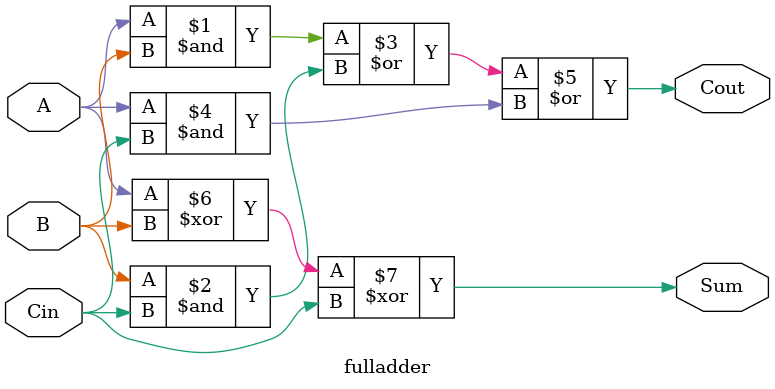
<source format=v>
`timescale 1ps/1ps

module ripplecarryadder_4bit (
    input wire[3:0] a, b,
    input wire Cin,
    output wire[3:0] Sum, 
    output wire Cout
);

wire[2:0] w;

fulladder a1(.A(a[0]), .B(b[0]), .Cin(Cin),  .Cout(w[0]), .Sum(Sum[0]));
fulladder a2(.A(a[1]), .B(b[1]), .Cin(w[0]), .Cout(w[1]), .Sum(Sum[1]));
fulladder a3(.A(a[2]), .B(b[2]), .Cin(w[1]), .Cout(w[2]), .Sum(Sum[2]));
fulladder a4(.A(a[3]), .B(b[3]), .Cin(w[2]), .Cout(Cout), .Sum(Sum[3]));
    
endmodule


module fulladder (
    input wire A, B, Cin,
    output wire Cout, Sum
);

assign Cout = (A & B) | (B & Cin) | (A & Cin);
assign Sum  = A^B^Cin;
    
endmodule


</source>
